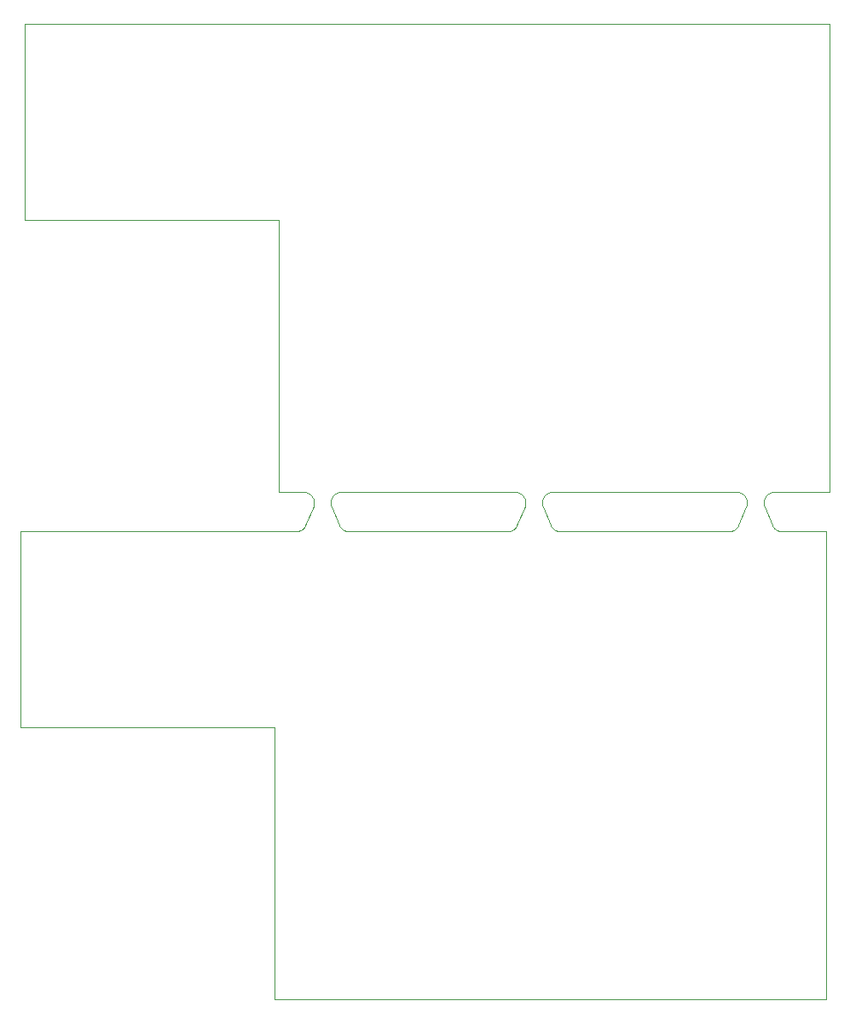
<source format=gko>
%MOIN*%
%OFA0B0*%
%FSLAX36Y36*%
%IPPOS*%
%LPD*%
%ADD10C,0*%
D10*
X001905587Y001830708D02*
X001905587Y001830708D01*
X001283388Y001830708D01*
X001281070Y001830777D01*
X001278759Y001830981D01*
X001276464Y001831322D01*
X001274194Y001831797D01*
X001271955Y001832405D01*
X001269756Y001833144D01*
X001267604Y001834011D01*
X001265508Y001835003D01*
X001263473Y001836117D01*
X001261507Y001837349D01*
X001259618Y001838694D01*
X001257810Y001840149D01*
X001256092Y001841707D01*
X001254469Y001843364D01*
X001252945Y001845114D01*
X001251528Y001846950D01*
X001250221Y001848867D01*
X001249029Y001850857D01*
X001247957Y001852914D01*
X001247008Y001855030D01*
X001216285Y001929306D01*
X001214986Y001932943D01*
X001214049Y001936690D01*
X001213484Y001940512D01*
X001213296Y001944370D01*
X001213487Y001948227D01*
X001214055Y001952048D01*
X001214995Y001955795D01*
X001216298Y001959431D01*
X001217950Y001962922D01*
X001219937Y001966235D01*
X001222238Y001969337D01*
X001224833Y001972198D01*
X001227695Y001974792D01*
X001230798Y001977092D01*
X001234112Y001979077D01*
X001237604Y001980728D01*
X001241240Y001982029D01*
X001244987Y001982968D01*
X001248808Y001983534D01*
X001252666Y001983724D01*
X001936309Y001983724D01*
X001940167Y001983534D01*
X001943988Y001982968D01*
X001947735Y001982029D01*
X001951372Y001980728D01*
X001954864Y001979077D01*
X001958177Y001977092D01*
X001961280Y001974792D01*
X001964142Y001972198D01*
X001966737Y001969337D01*
X001969039Y001966235D01*
X001971025Y001962922D01*
X001972678Y001959431D01*
X001973980Y001955795D01*
X001974920Y001952048D01*
X001975488Y001948227D01*
X001975679Y001944370D01*
X001975491Y001940512D01*
X001974926Y001936690D01*
X001973989Y001932943D01*
X001972690Y001929306D01*
X001941968Y001855030D01*
X001941018Y001852914D01*
X001939946Y001850857D01*
X001938754Y001848867D01*
X001937447Y001846950D01*
X001936030Y001845114D01*
X001934507Y001843364D01*
X001932883Y001841707D01*
X001931165Y001840149D01*
X001929358Y001838694D01*
X001927468Y001837349D01*
X001925502Y001836117D01*
X001923468Y001835003D01*
X001921371Y001834011D01*
X001919219Y001833144D01*
X001917020Y001832405D01*
X001914782Y001831797D01*
X001912511Y001831322D01*
X001910216Y001830981D01*
X001907906Y001830777D01*
X001905587Y001830708D01*
X002802451Y001983724D02*
X002802451Y001983724D01*
X002806309Y001983534D01*
X002810130Y001982968D01*
X002813877Y001982029D01*
X002817514Y001980728D01*
X002821005Y001979077D01*
X002824319Y001977092D01*
X002827422Y001974792D01*
X002830284Y001972198D01*
X002832879Y001969337D01*
X002835180Y001966235D01*
X002837167Y001962922D01*
X002838820Y001959431D01*
X002840122Y001955795D01*
X002841062Y001952048D01*
X002841630Y001948227D01*
X002841821Y001944370D01*
X002841633Y001940512D01*
X002841068Y001936690D01*
X002840131Y001932943D01*
X002838832Y001929306D01*
X002808110Y001855030D01*
X002807160Y001852914D01*
X002806088Y001850857D01*
X002804896Y001848867D01*
X002803589Y001846950D01*
X002802172Y001845114D01*
X002800649Y001843364D01*
X002799025Y001841707D01*
X002797307Y001840149D01*
X002795499Y001838694D01*
X002793610Y001837349D01*
X002791644Y001836117D01*
X002789609Y001835003D01*
X002787513Y001834011D01*
X002785361Y001833144D01*
X002783162Y001832405D01*
X002780923Y001831797D01*
X002778653Y001831322D01*
X002776358Y001830981D01*
X002774048Y001830777D01*
X002771729Y001830708D01*
X002110160Y001830708D01*
X002107841Y001830777D01*
X002105531Y001830981D01*
X002103236Y001831322D01*
X002100965Y001831797D01*
X002098727Y001832405D01*
X002096528Y001833144D01*
X002094376Y001834011D01*
X002092279Y001835003D01*
X002090245Y001836117D01*
X002088279Y001837349D01*
X002086389Y001838694D01*
X002084582Y001840149D01*
X002082864Y001841707D01*
X002081240Y001843364D01*
X002079717Y001845114D01*
X002078300Y001846950D01*
X002076993Y001848867D01*
X002075801Y001850857D01*
X002074729Y001852914D01*
X002073779Y001855030D01*
X002043057Y001929306D01*
X002041758Y001932943D01*
X002040821Y001936690D01*
X002040256Y001940512D01*
X002040068Y001944370D01*
X002040259Y001948227D01*
X002040827Y001952048D01*
X002041767Y001955795D01*
X002043069Y001959431D01*
X002044722Y001962922D01*
X002046708Y001966235D01*
X002049010Y001969337D01*
X002051605Y001972198D01*
X002054467Y001974792D01*
X002057570Y001977092D01*
X002060883Y001979077D01*
X002064375Y001980728D01*
X002068012Y001982029D01*
X002071759Y001982968D01*
X002075580Y001983534D01*
X002079438Y001983724D01*
X002802451Y001983724D01*
X001109538Y001983724D02*
X001109538Y001983724D01*
X001113395Y001983534D01*
X001117216Y001982968D01*
X001120963Y001982029D01*
X001124600Y001980728D01*
X001128092Y001979077D01*
X001131405Y001977092D01*
X001134508Y001974792D01*
X001137371Y001972198D01*
X001139965Y001969337D01*
X001142267Y001966235D01*
X001144254Y001962922D01*
X001145906Y001959431D01*
X001147209Y001955795D01*
X001148148Y001952048D01*
X001148717Y001948227D01*
X001148908Y001944370D01*
X001148720Y001940512D01*
X001148155Y001936690D01*
X001147218Y001932943D01*
X001145918Y001929306D01*
X001115196Y001855030D01*
X001114247Y001852914D01*
X001113174Y001850857D01*
X001111983Y001848867D01*
X001110676Y001846950D01*
X001109258Y001845114D01*
X001107735Y001843364D01*
X001106112Y001841707D01*
X001104393Y001840149D01*
X001102586Y001838694D01*
X001100696Y001837349D01*
X001098731Y001836117D01*
X001096696Y001835003D01*
X001094599Y001834011D01*
X001092448Y001833144D01*
X001090249Y001832405D01*
X001088010Y001831797D01*
X001085739Y001831322D01*
X001083445Y001830981D01*
X001081134Y001830777D01*
X001078815Y001830708D01*
X000000000Y001830708D01*
X000000000Y001062991D01*
X000995000Y001062991D01*
X000995000Y000000000D01*
X003149606Y000000000D01*
X003149606Y001830708D01*
X002976302Y001830708D01*
X002973983Y001830777D01*
X002971672Y001830981D01*
X002969378Y001831322D01*
X002967107Y001831797D01*
X002964868Y001832405D01*
X002962669Y001833144D01*
X002960518Y001834011D01*
X002958421Y001835003D01*
X002956386Y001836117D01*
X002954421Y001837349D01*
X002952531Y001838694D01*
X002950724Y001840149D01*
X002949006Y001841707D01*
X002947382Y001843364D01*
X002945859Y001845114D01*
X002944441Y001846950D01*
X002943134Y001848867D01*
X002941943Y001850857D01*
X002940870Y001852914D01*
X002939921Y001855030D01*
X002909199Y001929306D01*
X002907899Y001932943D01*
X002906963Y001936690D01*
X002906397Y001940512D01*
X002906209Y001944370D01*
X002906401Y001948227D01*
X002906969Y001952048D01*
X002907908Y001955795D01*
X002909211Y001959431D01*
X002910863Y001962922D01*
X002912850Y001966235D01*
X002915152Y001969337D01*
X002917746Y001972198D01*
X002920609Y001974792D01*
X002923712Y001977092D01*
X002927025Y001979077D01*
X002930517Y001980728D01*
X002934154Y001982029D01*
X002937901Y001982968D01*
X002941722Y001983534D01*
X002945580Y001983724D01*
X003165551Y001983724D01*
X003165551Y003814433D01*
X000015944Y003814433D01*
X000015944Y003046716D01*
X001010944Y003046716D01*
X001010944Y001983724D01*
X001109538Y001983724D01*
M02*
</source>
